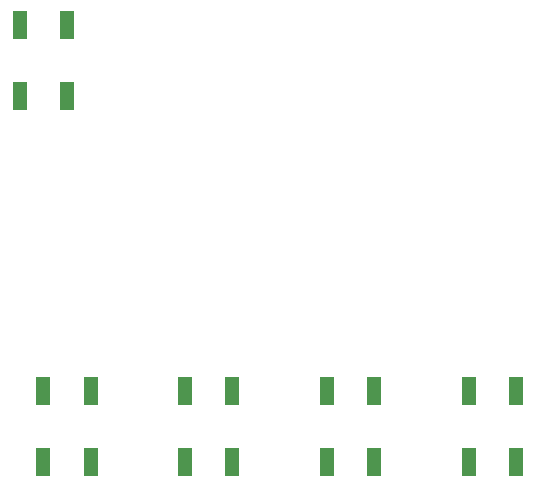
<source format=gtp>
G04 #@! TF.FileFunction,Paste,Top*
%FSLAX46Y46*%
G04 Gerber Fmt 4.6, Leading zero omitted, Abs format (unit mm)*
G04 Created by KiCad (PCBNEW 4.0.2+dfsg1-stable) date Seg 16 Out 2017 09:01:32 BRST*
%MOMM*%
G01*
G04 APERTURE LIST*
%ADD10C,0.100000*%
%ADD11R,1.200000X2.400000*%
G04 APERTURE END LIST*
D10*
D11*
X37000000Y-40000000D03*
X33000000Y-40000000D03*
X37000000Y-46000000D03*
X33000000Y-46000000D03*
X39000000Y-71000000D03*
X35000000Y-71000000D03*
X39000000Y-77000000D03*
X35000000Y-77000000D03*
X47000000Y-77000000D03*
X51000000Y-77000000D03*
X47000000Y-71000000D03*
X51000000Y-71000000D03*
X63000000Y-71000000D03*
X59000000Y-71000000D03*
X63000000Y-77000000D03*
X59000000Y-77000000D03*
X71000000Y-77000000D03*
X75000000Y-77000000D03*
X71000000Y-71000000D03*
X75000000Y-71000000D03*
M02*

</source>
